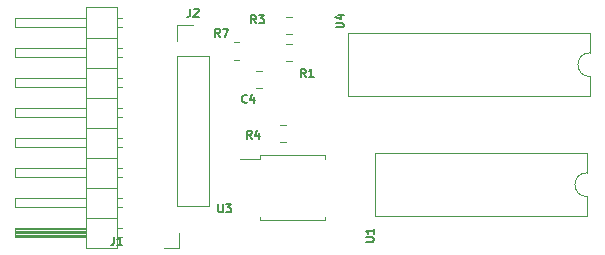
<source format=gbr>
G04 #@! TF.GenerationSoftware,KiCad,Pcbnew,5.1.5+dfsg1-2build2*
G04 #@! TF.CreationDate,2022-11-08T07:38:21+00:00*
G04 #@! TF.ProjectId,link-up-serial,6c696e6b-2d75-4702-9d73-657269616c2e,rev?*
G04 #@! TF.SameCoordinates,Original*
G04 #@! TF.FileFunction,Legend,Top*
G04 #@! TF.FilePolarity,Positive*
%FSLAX46Y46*%
G04 Gerber Fmt 4.6, Leading zero omitted, Abs format (unit mm)*
G04 Created by KiCad (PCBNEW 5.1.5+dfsg1-2build2) date 2022-11-08 07:38:21*
%MOMM*%
%LPD*%
G04 APERTURE LIST*
%ADD10C,0.120000*%
%ADD11C,0.150000*%
G04 APERTURE END LIST*
D10*
X132394000Y-109838000D02*
X132394000Y-108188000D01*
X111954000Y-109838000D02*
X132394000Y-109838000D01*
X111954000Y-104538000D02*
X111954000Y-109838000D01*
X132394000Y-104538000D02*
X111954000Y-104538000D01*
X132394000Y-106188000D02*
X132394000Y-104538000D01*
X132394000Y-108188000D02*
G75*
G02X132394000Y-106188000I0J1000000D01*
G01*
X104438000Y-115137000D02*
X102788000Y-115137000D01*
X104438000Y-114877000D02*
X104438000Y-115137000D01*
X107188000Y-114877000D02*
X104438000Y-114877000D01*
X109938000Y-114877000D02*
X109938000Y-115137000D01*
X107188000Y-114877000D02*
X109938000Y-114877000D01*
X104438000Y-120327000D02*
X104438000Y-120067000D01*
X107188000Y-120327000D02*
X104438000Y-120327000D01*
X109938000Y-120327000D02*
X109938000Y-120067000D01*
X107188000Y-120327000D02*
X109938000Y-120327000D01*
X132140000Y-119998000D02*
X132140000Y-118348000D01*
X114240000Y-119998000D02*
X132140000Y-119998000D01*
X114240000Y-114698000D02*
X114240000Y-119998000D01*
X132140000Y-114698000D02*
X114240000Y-114698000D01*
X132140000Y-116348000D02*
X132140000Y-114698000D01*
X132140000Y-118348000D02*
G75*
G02X132140000Y-116348000I0J1000000D01*
G01*
X102716064Y-105310000D02*
X102261936Y-105310000D01*
X102716064Y-106780000D02*
X102261936Y-106780000D01*
X106653064Y-112295000D02*
X106198936Y-112295000D01*
X106653064Y-113765000D02*
X106198936Y-113765000D01*
X107161064Y-103151000D02*
X106706936Y-103151000D01*
X107161064Y-104621000D02*
X106706936Y-104621000D01*
X107161064Y-105437000D02*
X106706936Y-105437000D01*
X107161064Y-106907000D02*
X106706936Y-106907000D01*
X97476000Y-103826000D02*
X98806000Y-103826000D01*
X97476000Y-105156000D02*
X97476000Y-103826000D01*
X97476000Y-106426000D02*
X100136000Y-106426000D01*
X100136000Y-106426000D02*
X100136000Y-119186000D01*
X97476000Y-106426000D02*
X97476000Y-119186000D01*
X97476000Y-119186000D02*
X100136000Y-119186000D01*
X97650000Y-122670000D02*
X96380000Y-122670000D01*
X97650000Y-121400000D02*
X97650000Y-122670000D01*
X92342929Y-121780000D02*
X92797071Y-121780000D01*
X92342929Y-121020000D02*
X92797071Y-121020000D01*
X92797071Y-103240000D02*
X92400000Y-103240000D01*
X92797071Y-104000000D02*
X92400000Y-104000000D01*
X83740000Y-103240000D02*
X89740000Y-103240000D01*
X83740000Y-104000000D02*
X83740000Y-103240000D01*
X89740000Y-104000000D02*
X83740000Y-104000000D01*
X92400000Y-104890000D02*
X89740000Y-104890000D01*
X92342929Y-119240000D02*
X92797071Y-119240000D01*
X92342929Y-118480000D02*
X92797071Y-118480000D01*
X92797071Y-105780000D02*
X92400000Y-105780000D01*
X92797071Y-106540000D02*
X92400000Y-106540000D01*
X83740000Y-105780000D02*
X89740000Y-105780000D01*
X83740000Y-106540000D02*
X83740000Y-105780000D01*
X89740000Y-106540000D02*
X83740000Y-106540000D01*
X92400000Y-107430000D02*
X89740000Y-107430000D01*
X92342929Y-116700000D02*
X92797071Y-116700000D01*
X92342929Y-115940000D02*
X92797071Y-115940000D01*
X92797071Y-108320000D02*
X92400000Y-108320000D01*
X92797071Y-109080000D02*
X92400000Y-109080000D01*
X83740000Y-108320000D02*
X89740000Y-108320000D01*
X83740000Y-109080000D02*
X83740000Y-108320000D01*
X89740000Y-109080000D02*
X83740000Y-109080000D01*
X92400000Y-109970000D02*
X89740000Y-109970000D01*
X92342929Y-114160000D02*
X92797071Y-114160000D01*
X92342929Y-113400000D02*
X92797071Y-113400000D01*
X92797071Y-110860000D02*
X92400000Y-110860000D01*
X92797071Y-111620000D02*
X92400000Y-111620000D01*
X83740000Y-110860000D02*
X89740000Y-110860000D01*
X83740000Y-111620000D02*
X83740000Y-110860000D01*
X89740000Y-111620000D02*
X83740000Y-111620000D01*
X92400000Y-112510000D02*
X89740000Y-112510000D01*
X92342929Y-111620000D02*
X92797071Y-111620000D01*
X92342929Y-110860000D02*
X92797071Y-110860000D01*
X92797071Y-113400000D02*
X92400000Y-113400000D01*
X92797071Y-114160000D02*
X92400000Y-114160000D01*
X83740000Y-113400000D02*
X89740000Y-113400000D01*
X83740000Y-114160000D02*
X83740000Y-113400000D01*
X89740000Y-114160000D02*
X83740000Y-114160000D01*
X92400000Y-115050000D02*
X89740000Y-115050000D01*
X92342929Y-109080000D02*
X92797071Y-109080000D01*
X92342929Y-108320000D02*
X92797071Y-108320000D01*
X92797071Y-115940000D02*
X92400000Y-115940000D01*
X92797071Y-116700000D02*
X92400000Y-116700000D01*
X83740000Y-115940000D02*
X89740000Y-115940000D01*
X83740000Y-116700000D02*
X83740000Y-115940000D01*
X89740000Y-116700000D02*
X83740000Y-116700000D01*
X92400000Y-117590000D02*
X89740000Y-117590000D01*
X92342929Y-106540000D02*
X92797071Y-106540000D01*
X92342929Y-105780000D02*
X92797071Y-105780000D01*
X92797071Y-118480000D02*
X92400000Y-118480000D01*
X92797071Y-119240000D02*
X92400000Y-119240000D01*
X83740000Y-118480000D02*
X89740000Y-118480000D01*
X83740000Y-119240000D02*
X83740000Y-118480000D01*
X89740000Y-119240000D02*
X83740000Y-119240000D01*
X92400000Y-120130000D02*
X89740000Y-120130000D01*
X92410000Y-104000000D02*
X92797071Y-104000000D01*
X92410000Y-103240000D02*
X92797071Y-103240000D01*
X92797071Y-121020000D02*
X92400000Y-121020000D01*
X92797071Y-121780000D02*
X92400000Y-121780000D01*
X89740000Y-121120000D02*
X83740000Y-121120000D01*
X89740000Y-121240000D02*
X83740000Y-121240000D01*
X89740000Y-121360000D02*
X83740000Y-121360000D01*
X89740000Y-121480000D02*
X83740000Y-121480000D01*
X89740000Y-121600000D02*
X83740000Y-121600000D01*
X89740000Y-121720000D02*
X83740000Y-121720000D01*
X83740000Y-121020000D02*
X89740000Y-121020000D01*
X83740000Y-121780000D02*
X83740000Y-121020000D01*
X89740000Y-121780000D02*
X83740000Y-121780000D01*
X89740000Y-122730000D02*
X92400000Y-122730000D01*
X89740000Y-102290000D02*
X89740000Y-122730000D01*
X92400000Y-102290000D02*
X89740000Y-102290000D01*
X92400000Y-122730000D02*
X92400000Y-102290000D01*
X104132748Y-109193000D02*
X104655252Y-109193000D01*
X104132748Y-107723000D02*
X104655252Y-107723000D01*
D11*
X110868666Y-104038333D02*
X111435333Y-104038333D01*
X111502000Y-104005000D01*
X111535333Y-103971666D01*
X111568666Y-103905000D01*
X111568666Y-103771666D01*
X111535333Y-103705000D01*
X111502000Y-103671666D01*
X111435333Y-103638333D01*
X110868666Y-103638333D01*
X111102000Y-103005000D02*
X111568666Y-103005000D01*
X110835333Y-103171666D02*
X111335333Y-103338333D01*
X111335333Y-102905000D01*
X100939666Y-118996666D02*
X100939666Y-119563333D01*
X100973000Y-119630000D01*
X101006333Y-119663333D01*
X101073000Y-119696666D01*
X101206333Y-119696666D01*
X101273000Y-119663333D01*
X101306333Y-119630000D01*
X101339666Y-119563333D01*
X101339666Y-118996666D01*
X101606333Y-118996666D02*
X102039666Y-118996666D01*
X101806333Y-119263333D01*
X101906333Y-119263333D01*
X101973000Y-119296666D01*
X102006333Y-119330000D01*
X102039666Y-119396666D01*
X102039666Y-119563333D01*
X102006333Y-119630000D01*
X101973000Y-119663333D01*
X101906333Y-119696666D01*
X101706333Y-119696666D01*
X101639666Y-119663333D01*
X101606333Y-119630000D01*
X113408666Y-122199333D02*
X113975333Y-122199333D01*
X114042000Y-122166000D01*
X114075333Y-122132666D01*
X114108666Y-122066000D01*
X114108666Y-121932666D01*
X114075333Y-121866000D01*
X114042000Y-121832666D01*
X113975333Y-121799333D01*
X113408666Y-121799333D01*
X114108666Y-121099333D02*
X114108666Y-121499333D01*
X114108666Y-121299333D02*
X113408666Y-121299333D01*
X113508666Y-121366000D01*
X113575333Y-121432666D01*
X113608666Y-121499333D01*
X101102333Y-104837666D02*
X100869000Y-104504333D01*
X100702333Y-104837666D02*
X100702333Y-104137666D01*
X100969000Y-104137666D01*
X101035666Y-104171000D01*
X101069000Y-104204333D01*
X101102333Y-104271000D01*
X101102333Y-104371000D01*
X101069000Y-104437666D01*
X101035666Y-104471000D01*
X100969000Y-104504333D01*
X100702333Y-104504333D01*
X101335666Y-104137666D02*
X101802333Y-104137666D01*
X101502333Y-104837666D01*
X103769333Y-113473666D02*
X103536000Y-113140333D01*
X103369333Y-113473666D02*
X103369333Y-112773666D01*
X103636000Y-112773666D01*
X103702666Y-112807000D01*
X103736000Y-112840333D01*
X103769333Y-112907000D01*
X103769333Y-113007000D01*
X103736000Y-113073666D01*
X103702666Y-113107000D01*
X103636000Y-113140333D01*
X103369333Y-113140333D01*
X104369333Y-113007000D02*
X104369333Y-113473666D01*
X104202666Y-112740333D02*
X104036000Y-113240333D01*
X104469333Y-113240333D01*
X104150333Y-103694666D02*
X103917000Y-103361333D01*
X103750333Y-103694666D02*
X103750333Y-102994666D01*
X104017000Y-102994666D01*
X104083666Y-103028000D01*
X104117000Y-103061333D01*
X104150333Y-103128000D01*
X104150333Y-103228000D01*
X104117000Y-103294666D01*
X104083666Y-103328000D01*
X104017000Y-103361333D01*
X103750333Y-103361333D01*
X104383666Y-102994666D02*
X104817000Y-102994666D01*
X104583666Y-103261333D01*
X104683666Y-103261333D01*
X104750333Y-103294666D01*
X104783666Y-103328000D01*
X104817000Y-103394666D01*
X104817000Y-103561333D01*
X104783666Y-103628000D01*
X104750333Y-103661333D01*
X104683666Y-103694666D01*
X104483666Y-103694666D01*
X104417000Y-103661333D01*
X104383666Y-103628000D01*
X108341333Y-108266666D02*
X108108000Y-107933333D01*
X107941333Y-108266666D02*
X107941333Y-107566666D01*
X108208000Y-107566666D01*
X108274666Y-107600000D01*
X108308000Y-107633333D01*
X108341333Y-107700000D01*
X108341333Y-107800000D01*
X108308000Y-107866666D01*
X108274666Y-107900000D01*
X108208000Y-107933333D01*
X107941333Y-107933333D01*
X109008000Y-108266666D02*
X108608000Y-108266666D01*
X108808000Y-108266666D02*
X108808000Y-107566666D01*
X108741333Y-107666666D01*
X108674666Y-107733333D01*
X108608000Y-107766666D01*
X98572666Y-102442666D02*
X98572666Y-102942666D01*
X98539333Y-103042666D01*
X98472666Y-103109333D01*
X98372666Y-103142666D01*
X98306000Y-103142666D01*
X98872666Y-102509333D02*
X98906000Y-102476000D01*
X98972666Y-102442666D01*
X99139333Y-102442666D01*
X99206000Y-102476000D01*
X99239333Y-102509333D01*
X99272666Y-102576000D01*
X99272666Y-102642666D01*
X99239333Y-102742666D01*
X98839333Y-103142666D01*
X99272666Y-103142666D01*
X92095666Y-121790666D02*
X92095666Y-122290666D01*
X92062333Y-122390666D01*
X91995666Y-122457333D01*
X91895666Y-122490666D01*
X91829000Y-122490666D01*
X92795666Y-122490666D02*
X92395666Y-122490666D01*
X92595666Y-122490666D02*
X92595666Y-121790666D01*
X92529000Y-121890666D01*
X92462333Y-121957333D01*
X92395666Y-121990666D01*
X103388333Y-110359000D02*
X103355000Y-110392333D01*
X103255000Y-110425666D01*
X103188333Y-110425666D01*
X103088333Y-110392333D01*
X103021666Y-110325666D01*
X102988333Y-110259000D01*
X102955000Y-110125666D01*
X102955000Y-110025666D01*
X102988333Y-109892333D01*
X103021666Y-109825666D01*
X103088333Y-109759000D01*
X103188333Y-109725666D01*
X103255000Y-109725666D01*
X103355000Y-109759000D01*
X103388333Y-109792333D01*
X103988333Y-109959000D02*
X103988333Y-110425666D01*
X103821666Y-109692333D02*
X103655000Y-110192333D01*
X104088333Y-110192333D01*
M02*

</source>
